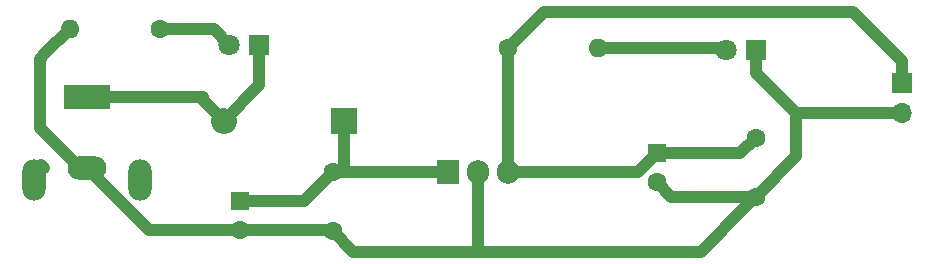
<source format=gbr>
G04 #@! TF.GenerationSoftware,KiCad,Pcbnew,5.1.4-3.fc30*
G04 #@! TF.CreationDate,2019-09-18T18:45:05+02:00*
G04 #@! TF.ProjectId,power_supply_5V,706f7765-725f-4737-9570-706c795f3556,1.0*
G04 #@! TF.SameCoordinates,Original*
G04 #@! TF.FileFunction,Copper,L2,Bot*
G04 #@! TF.FilePolarity,Positive*
%FSLAX46Y46*%
G04 Gerber Fmt 4.6, Leading zero omitted, Abs format (unit mm)*
G04 Created by KiCad (PCBNEW 5.1.4-3.fc30) date 2019-09-18 18:45:05*
%MOMM*%
%LPD*%
G04 APERTURE LIST*
%ADD10O,2.000000X3.500000*%
%ADD11O,3.300000X2.000000*%
%ADD12R,4.000000X2.000000*%
%ADD13R,1.700000X1.700000*%
%ADD14O,1.700000X1.700000*%
%ADD15O,1.600000X1.600000*%
%ADD16C,1.600000*%
%ADD17C,1.800000*%
%ADD18R,1.800000X1.800000*%
%ADD19R,1.600000X1.600000*%
%ADD20O,2.200000X2.200000*%
%ADD21R,2.200000X2.200000*%
%ADD22O,1.905000X2.000000*%
%ADD23R,1.905000X2.000000*%
%ADD24C,1.000000*%
G04 APERTURE END LIST*
D10*
X83087600Y-94726000D03*
X74087600Y-94726000D03*
D11*
X78587600Y-93726000D03*
D12*
X78587600Y-87726000D03*
D13*
X147574000Y-86512400D03*
D14*
X147574000Y-89052400D03*
D15*
X77101700Y-81927700D03*
D16*
X84721700Y-81927700D03*
D17*
X90614500Y-83261200D03*
D18*
X93154500Y-83261200D03*
D16*
X91490800Y-98983800D03*
D19*
X91490800Y-96483800D03*
D16*
X99390200Y-99060000D03*
X99390200Y-94060000D03*
X135178800Y-96139000D03*
X135178800Y-91139000D03*
X126799600Y-94930600D03*
D19*
X126799600Y-92430600D03*
D20*
X90144600Y-89728800D03*
D21*
X100304600Y-89728800D03*
D17*
X132638800Y-83743800D03*
D18*
X135178800Y-83743800D03*
D15*
X121869200Y-83515200D03*
D16*
X114249200Y-83515200D03*
D22*
X114223800Y-94005400D03*
X111683800Y-94005400D03*
D23*
X109143800Y-94005400D03*
D24*
X74663300Y-93484700D02*
X74904600Y-93726000D01*
X96966400Y-96483800D02*
X99390200Y-94060000D01*
X91490800Y-96483800D02*
X96966400Y-96483800D01*
X109089200Y-94060000D02*
X109143800Y-94005400D01*
X100288100Y-91845300D02*
X100288100Y-94060000D01*
X100304600Y-89728800D02*
X100304600Y-91828800D01*
X100304600Y-91828800D02*
X100288100Y-91845300D01*
X99390200Y-94060000D02*
X100288100Y-94060000D01*
X100288100Y-94060000D02*
X109089200Y-94060000D01*
X99314000Y-98983800D02*
X99390200Y-99060000D01*
X91490800Y-98983800D02*
X99314000Y-98983800D01*
X146371919Y-89052400D02*
X147574000Y-89052400D01*
X135178800Y-85643800D02*
X138587400Y-89052400D01*
X138587400Y-89052400D02*
X146371919Y-89052400D01*
X135178800Y-83743800D02*
X135178800Y-85643800D01*
X138587400Y-92730400D02*
X138587400Y-89052400D01*
X135178800Y-96139000D02*
X138587400Y-92730400D01*
X128008000Y-96139000D02*
X126799600Y-94930600D01*
X135178800Y-96139000D02*
X128008000Y-96139000D01*
X134378801Y-96938999D02*
X135178800Y-96139000D01*
X130519010Y-100798790D02*
X134378801Y-96938999D01*
X99390200Y-99060000D02*
X101128990Y-100798790D01*
X111683800Y-100543680D02*
X111428690Y-100798790D01*
X101128990Y-100798790D02*
X111428690Y-100798790D01*
X111683800Y-94005400D02*
X111683800Y-100543680D01*
X111428690Y-100798790D02*
X130519010Y-100798790D01*
X83845400Y-98983800D02*
X91490800Y-98983800D01*
X78587600Y-93726000D02*
X83845400Y-98983800D01*
X77937600Y-93726000D02*
X74549000Y-90337400D01*
X78587600Y-93726000D02*
X77937600Y-93726000D01*
X74549000Y-84480400D02*
X75037950Y-83991450D01*
X74549000Y-90337400D02*
X74549000Y-84480400D01*
X77101700Y-81927700D02*
X75037950Y-83991450D01*
X75037950Y-83991450D02*
X74663300Y-84366100D01*
X114249200Y-93980000D02*
X114223800Y-94005400D01*
X114249200Y-83515200D02*
X114249200Y-93980000D01*
X125224800Y-94005400D02*
X126799600Y-92430600D01*
X114223800Y-94005400D02*
X125224800Y-94005400D01*
X133887200Y-92430600D02*
X135178800Y-91139000D01*
X126799600Y-92430600D02*
X133887200Y-92430600D01*
X147574000Y-84662400D02*
X147574000Y-86512400D01*
X117271800Y-80492600D02*
X143404200Y-80492600D01*
X143404200Y-80492600D02*
X147574000Y-84662400D01*
X114249200Y-83515200D02*
X117271800Y-80492600D01*
X89281000Y-81927700D02*
X90614500Y-83261200D01*
X84721700Y-81927700D02*
X89281000Y-81927700D01*
X93154500Y-86718900D02*
X90144600Y-89728800D01*
X93154500Y-83261200D02*
X93154500Y-86718900D01*
X78587600Y-87726000D02*
X88392000Y-87726000D01*
X88392000Y-87976200D02*
X90144600Y-89728800D01*
X88392000Y-87726000D02*
X88392000Y-87976200D01*
X132410200Y-83515200D02*
X132638800Y-83743800D01*
X121869200Y-83515200D02*
X132410200Y-83515200D01*
M02*

</source>
